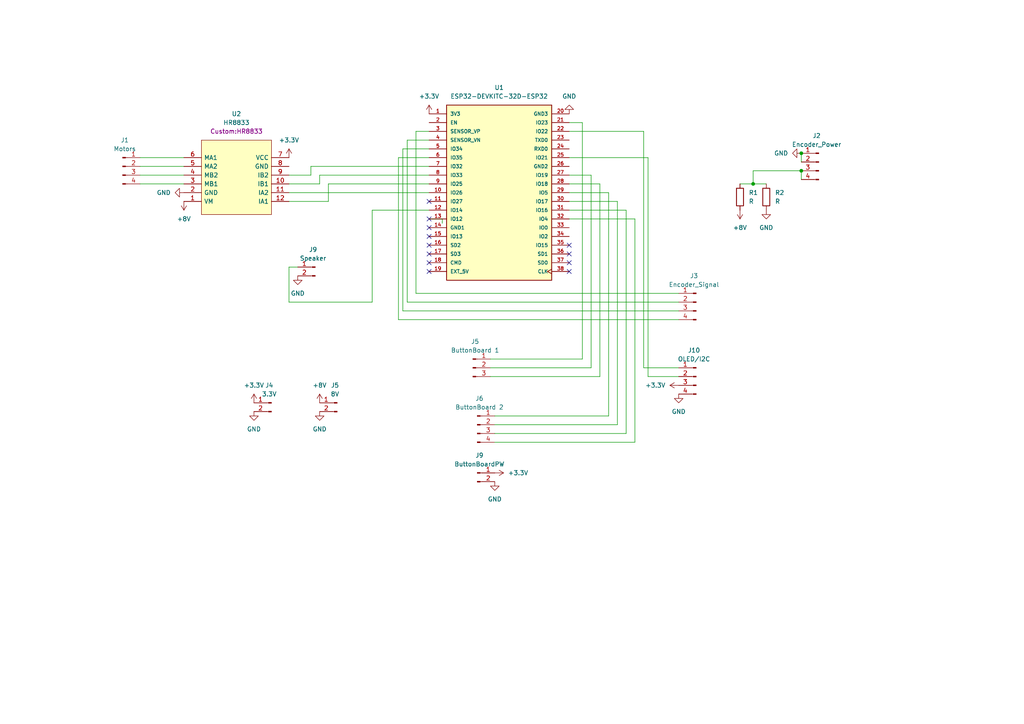
<source format=kicad_sch>
(kicad_sch (version 20230121) (generator eeschema)
  (paper "A4")
  (title_block (date "2023-11-02") (rev "V1.0") (company "EBIRP"))
  (lib_symbols
    (symbol "8833:8833_1" (pin_names (offset 0.762))
      (property "Reference" "U" (at 26.67 7.62 0))
      (property "Value" "HR8833" (at 26.67 5.08 0))
      (property "Footprint" "Custom:HR8833" (at 26.67 2.54 0))
      (symbol "8833_1_0_1"
        (polyline (pts (xy 5.08 0) (xy 25.4 0) (xy 25.4 -21.59) (xy 5.08 -21.59) (xy 5.08 0)) (stroke (width 0.1524)) (fill (type background)))
      )
      (symbol "8833_1_1_0"
        (pin input line (at 30.48 -17.78 180) (length 5.08) (name "VM") (number "1"))
        (pin input line (at 0 -12.7 0) (length 5.08) (name "IB1") (number "10"))
        (pin input line (at 0 -15.24 0) (length 5.08) (name "IA2") (number "11"))
        (pin input line (at 0 -17.78 0) (length 5.08) (name "IA1") (number "12"))
        (pin power_in line (at 30.48 -15.24 180) (length 5.08) (name "GND") (number "2"))
        (pin output line (at 30.48 -12.7 180) (length 5.08) (name "MB1") (number "3"))
        (pin output line (at 30.48 -10.16 180) (length 5.08) (name "MB2") (number "4"))
        (pin output line (at 30.48 -7.62 180) (length 5.08) (name "MA2") (number "5"))
        (pin output line (at 30.48 -5.08 180) (length 5.08) (name "MA1") (number "6"))
        (pin power_in line (at 0 -5.08 0) (length 5.08) (name "VCC") (number "7"))
        (pin power_in line (at 0 -7.62 0) (length 5.08) (name "GND") (number "8"))
        (pin input line (at 0 -10.16 0) (length 5.08) (name "IB2") (number "9"))
      )
    )
    (symbol "Connector:Conn_01x02_Pin" (pin_names (offset 1.016) hide)
      (property "Reference" "J" (at 0 2.54 0))
      (property "Value" "Conn_01x02_Pin" (at 0 -5.08 0))
      (symbol "Conn_01x02_Pin_1_1"
        (polyline (pts (xy 1.27 -2.54) (xy 0.8636 -2.54)) (stroke (width 0.1524)))
        (polyline (pts (xy 1.27 0) (xy 0.8636 0)) (stroke (width 0.1524)))
        (rectangle (start 0.8636 -2.413) (end 0 -2.667) (stroke (width 0.1524)) (fill (type outline)))
        (rectangle (start 0.8636 0.127) (end 0 -0.127) (stroke (width 0.1524)) (fill (type outline)))
        (pin passive line (at 5.08 0 180) (length 3.81) (name "Pin_1") (number "1"))
        (pin passive line (at 5.08 -2.54 180) (length 3.81) (name "Pin_2") (number "2"))
      )
    )
    (symbol "Connector:Conn_01x03_Pin" (pin_names (offset 1.016) hide)
      (property "Reference" "J" (at 0 5.08 0))
      (property "Value" "Conn_01x03_Pin" (at 0 -5.08 0))
      (symbol "Conn_01x03_Pin_1_1"
        (polyline (pts (xy 1.27 -2.54) (xy 0.8636 -2.54)) (stroke (width 0.1524)))
        (polyline (pts (xy 1.27 0) (xy 0.8636 0)) (stroke (width 0.1524)))
        (polyline (pts (xy 1.27 2.54) (xy 0.8636 2.54)) (stroke (width 0.1524)))
        (rectangle (start 0.8636 -2.413) (end 0 -2.667) (stroke (width 0.1524)) (fill (type outline)))
        (rectangle (start 0.8636 0.127) (end 0 -0.127) (stroke (width 0.1524)) (fill (type outline)))
        (rectangle (start 0.8636 2.667) (end 0 2.413) (stroke (width 0.1524)) (fill (type outline)))
        (pin passive line (at 5.08 2.54 180) (length 3.81) (name "Pin_1") (number "1"))
        (pin passive line (at 5.08 0 180) (length 3.81) (name "Pin_2") (number "2"))
        (pin passive line (at 5.08 -2.54 180) (length 3.81) (name "Pin_3") (number "3"))
      )
    )
    (symbol "Connector:Conn_01x04_Pin" (pin_names (offset 1.016) hide)
      (property "Reference" "J" (at 0 5.08 0))
      (property "Value" "Conn_01x04_Pin" (at 0 -7.62 0))
      (symbol "Conn_01x04_Pin_1_1"
        (polyline (pts (xy 1.27 -5.08) (xy 0.8636 -5.08)) (stroke (width 0.1524)))
        (polyline (pts (xy 1.27 -2.54) (xy 0.8636 -2.54)) (stroke (width 0.1524)))
        (polyline (pts (xy 1.27 0) (xy 0.8636 0)) (stroke (width 0.1524)))
        (polyline (pts (xy 1.27 2.54) (xy 0.8636 2.54)) (stroke (width 0.1524)))
        (rectangle (start 0.8636 -4.953) (end 0 -5.207) (stroke (width 0.1524)) (fill (type outline)))
        (rectangle (start 0.8636 -2.413) (end 0 -2.667) (stroke (width 0.1524)) (fill (type outline)))
        (rectangle (start 0.8636 0.127) (end 0 -0.127) (stroke (width 0.1524)) (fill (type outline)))
        (rectangle (start 0.8636 2.667) (end 0 2.413) (stroke (width 0.1524)) (fill (type outline)))
        (pin passive line (at 5.08 2.54 180) (length 3.81) (name "Pin_1") (number "1"))
        (pin passive line (at 5.08 0 180) (length 3.81) (name "Pin_2") (number "2"))
        (pin passive line (at 5.08 -2.54 180) (length 3.81) (name "Pin_3") (number "3"))
        (pin passive line (at 5.08 -5.08 180) (length 3.81) (name "Pin_4") (number "4"))
      )
    )
    (symbol "Device:R" (pin_numbers hide) (pin_names (offset 0))
      (property "Reference" "R" (at 2.032 0 90))
      (property "Value" "R" (at 0 0 90))
      (symbol "R_0_1"
        (rectangle (start -1.016 -2.54) (end 1.016 2.54) (stroke (width 0.254)))
      )
      (symbol "R_1_1"
        (pin passive line (at 0 3.81 270) (length 1.27) (name "~") (number "1"))
        (pin passive line (at 0 -3.81 90) (length 1.27) (name "~") (number "2"))
      )
    )
    (symbol "ESP32:ESP32-DEVKITC-32D-ESP32" (pin_names (offset 1.016))
      (property "Reference" "U" (at -15.2654 26.0604 0))
      (property "Value" "ESP32-DEVKITC-32D-ESP32" (at -15.2654 -27.9654 0))
      (symbol "ESP32-DEVKITC-32D-ESP32_0_0"
        (rectangle (start -15.24 -25.4) (end 15.24 25.4) (stroke (width 0.254)) (fill (type background)))
        (pin power_in line (at -20.32 22.86 0) (length 5.08) (name "3V3") (number "1"))
        (pin bidirectional line (at -20.32 0 0) (length 5.08) (name "IO26") (number "10"))
        (pin bidirectional line (at -20.32 -2.54 0) (length 5.08) (name "IO27") (number "11"))
        (pin bidirectional line (at -20.32 -5.08 0) (length 5.08) (name "IO14") (number "12"))
        (pin bidirectional line (at -20.32 -7.62 0) (length 5.08) (name "IO12") (number "13"))
        (pin power_in line (at -20.32 -10.16 0) (length 5.08) (name "GND1") (number "14"))
        (pin bidirectional line (at -20.32 -12.7 0) (length 5.08) (name "IO13") (number "15"))
        (pin bidirectional line (at -20.32 -15.24 0) (length 5.08) (name "SD2") (number "16"))
        (pin bidirectional line (at -20.32 -17.78 0) (length 5.08) (name "SD3") (number "17"))
        (pin bidirectional line (at -20.32 -20.32 0) (length 5.08) (name "CMD") (number "18"))
        (pin power_in line (at -20.32 -22.86 0) (length 5.08) (name "EXT_5V") (number "19"))
        (pin input line (at -20.32 20.32 0) (length 5.08) (name "EN") (number "2"))
        (pin power_in line (at 20.32 22.86 180) (length 5.08) (name "GND3") (number "20"))
        (pin bidirectional line (at 20.32 20.32 180) (length 5.08) (name "IO23") (number "21"))
        (pin bidirectional line (at 20.32 17.78 180) (length 5.08) (name "IO22") (number "22"))
        (pin output line (at 20.32 15.24 180) (length 5.08) (name "TXD0") (number "23"))
        (pin input line (at 20.32 12.7 180) (length 5.08) (name "RXD0") (number "24"))
        (pin bidirectional line (at 20.32 10.16 180) (length 5.08) (name "IO21") (number "25"))
        (pin power_in line (at 20.32 7.62 180) (length 5.08) (name "GND2") (number "26"))
        (pin bidirectional line (at 20.32 5.08 180) (length 5.08) (name "IO19") (number "27"))
        (pin bidirectional line (at 20.32 2.54 180) (length 5.08) (name "IO18") (number "28"))
        (pin bidirectional line (at 20.32 0 180) (length 5.08) (name "IO5") (number "29"))
        (pin input line (at -20.32 17.78 0) (length 5.08) (name "SENSOR_VP") (number "3"))
        (pin bidirectional line (at 20.32 -2.54 180) (length 5.08) (name "IO17") (number "30"))
        (pin bidirectional line (at 20.32 -5.08 180) (length 5.08) (name "IO16") (number "31"))
        (pin bidirectional line (at 20.32 -7.62 180) (length 5.08) (name "IO4") (number "32"))
        (pin bidirectional line (at 20.32 -10.16 180) (length 5.08) (name "IO0") (number "33"))
        (pin bidirectional line (at 20.32 -12.7 180) (length 5.08) (name "IO2") (number "34"))
        (pin bidirectional line (at 20.32 -15.24 180) (length 5.08) (name "IO15") (number "35"))
        (pin bidirectional line (at 20.32 -17.78 180) (length 5.08) (name "SD1") (number "36"))
        (pin bidirectional line (at 20.32 -20.32 180) (length 5.08) (name "SD0") (number "37"))
        (pin input clock (at 20.32 -22.86 180) (length 5.08) (name "CLK") (number "38"))
        (pin input line (at -20.32 15.24 0) (length 5.08) (name "SENSOR_VN") (number "4"))
        (pin bidirectional line (at -20.32 12.7 0) (length 5.08) (name "IO34") (number "5"))
        (pin bidirectional line (at -20.32 10.16 0) (length 5.08) (name "IO35") (number "6"))
        (pin bidirectional line (at -20.32 7.62 0) (length 5.08) (name "IO32") (number "7"))
        (pin bidirectional line (at -20.32 5.08 0) (length 5.08) (name "IO33") (number "8"))
        (pin bidirectional line (at -20.32 2.54 0) (length 5.08) (name "IO25") (number "9"))
      )
    )
    (symbol "power:+3.3V" (power) (pin_names (offset 0))
      (property "Value" "+3.3V" (at 0 3.556 0))
      (symbol "+3.3V_0_1"
        (polyline (pts (xy -0.762 1.27) (xy 0 2.54)))
        (polyline (pts (xy 0 0) (xy 0 2.54)))
        (polyline (pts (xy 0 2.54) (xy 0.762 1.27)))
      )
      (symbol "+3.3V_1_1"
        (pin power_in line (at 0 0 90) (length 0) hide (name "+3.3V") (number "1"))
      )
    )
    (symbol "power:+8V" (power) (pin_names (offset 0))
      (property "Value" "+8V" (at 0 3.556 0))
      (symbol "+8V_0_1"
        (polyline (pts (xy -0.762 1.27) (xy 0 2.54)))
        (polyline (pts (xy 0 0) (xy 0 2.54)))
        (polyline (pts (xy 0 2.54) (xy 0.762 1.27)))
      )
      (symbol "+8V_1_1"
        (pin power_in line (at 0 0 90) (length 0) hide (name "+8V") (number "1"))
      )
    )
    (symbol "power:GND" (power) (pin_names (offset 0))
      (property "Value" "GND" (at 0 -3.81 0))
      (symbol "GND_0_1"
        (polyline (pts (xy 0 0) (xy 0 -1.27) (xy 1.27 -1.27) (xy 0 -2.54) (xy -1.27 -1.27) (xy 0 -1.27)))
      )
      (symbol "GND_1_1"
        (pin power_in line (at 0 0 270) (length 0) hide (name "GND") (number "1"))
      )
    )
  )
  (junction (at 232.41 49.53))
  (junction (at 218.44 53.34))
  (junction (at 232.41 44.45))
  (no_connect (at 165.1 71.12))
  (no_connect (at 124.46 78.74))
  (no_connect (at 165.1 76.2))
  (no_connect (at 124.46 66.04))
  (no_connect (at 124.46 76.2))
  (no_connect (at 124.46 73.66))
  (no_connect (at 165.1 73.66))
  (no_connect (at 124.46 71.12))
  (no_connect (at 124.46 63.5))
  (no_connect (at 124.46 58.42))
  (no_connect (at 124.46 68.58))
  (no_connect (at 165.1 78.74))
  (wire (pts (xy 186.69 106.68) (xy 196.85 106.68)))
  (wire (pts (xy 92.71 50.8) (xy 124.46 50.8)))
  (wire (pts (xy 142.24 104.14) (xy 168.91 104.14)))
  (wire (pts (xy 120.65 38.1) (xy 120.65 85.09)))
  (wire (pts (xy 92.71 53.34) (xy 83.82 53.34)))
  (wire (pts (xy 92.71 50.8) (xy 92.71 53.34)))
  (wire (pts (xy 90.17 48.26) (xy 124.46 48.26)))
  (wire (pts (xy 165.1 50.8) (xy 171.45 50.8)))
  (wire (pts (xy 90.17 48.26) (xy 90.17 50.8)))
  (wire (pts (xy 165.1 58.42) (xy 179.07 58.42)))
  (wire (pts (xy 116.84 43.18) (xy 116.84 90.17)))
  (wire (pts (xy 90.17 50.8) (xy 83.82 50.8)))
  (wire (pts (xy 165.1 45.72) (xy 187.96 45.72)))
  (wire (pts (xy 118.11 40.64) (xy 118.11 87.63)))
  (wire (pts (xy 40.64 53.34) (xy 53.34 53.34)))
  (wire (pts (xy 128.27 63.5) (xy 124.46 63.5)))
  (wire (pts (xy 171.45 50.8) (xy 171.45 106.68)))
  (wire (pts (xy 107.95 60.96) (xy 107.95 87.63)))
  (wire (pts (xy 168.91 35.56) (xy 168.91 104.14)))
  (wire (pts (xy 179.07 58.42) (xy 179.07 123.19)))
  (wire (pts (xy 95.25 53.34) (xy 124.46 53.34)))
  (wire (pts (xy 115.57 92.71) (xy 196.85 92.71)))
  (wire (pts (xy 165.1 60.96) (xy 181.61 60.96)))
  (wire (pts (xy 83.82 77.47) (xy 83.82 87.63)))
  (wire (pts (xy 218.44 53.34) (xy 222.25 53.34)))
  (wire (pts (xy 165.1 35.56) (xy 168.91 35.56)))
  (wire (pts (xy 179.07 123.19) (xy 143.51 123.19)))
  (wire (pts (xy 184.15 63.5) (xy 184.15 128.27)))
  (wire (pts (xy 218.44 53.34) (xy 218.44 49.53)))
  (wire (pts (xy 187.96 45.72) (xy 187.96 109.22)))
  (wire (pts (xy 165.1 55.88) (xy 176.53 55.88)))
  (wire (pts (xy 232.41 44.45) (xy 232.41 46.99)))
  (wire (pts (xy 40.64 45.72) (xy 53.34 45.72)))
  (wire (pts (xy 83.82 87.63) (xy 107.95 87.63)))
  (wire (pts (xy 173.99 53.34) (xy 173.99 109.22)))
  (wire (pts (xy 120.65 85.09) (xy 196.85 85.09)))
  (wire (pts (xy 232.41 49.53) (xy 232.41 52.07)))
  (wire (pts (xy 184.15 128.27) (xy 143.51 128.27)))
  (wire (pts (xy 214.63 53.34) (xy 218.44 53.34)))
  (wire (pts (xy 186.69 38.1) (xy 186.69 106.68)))
  (wire (pts (xy 173.99 109.22) (xy 142.24 109.22)))
  (wire (pts (xy 165.1 38.1) (xy 186.69 38.1)))
  (wire (pts (xy 95.25 53.34) (xy 95.25 58.42)))
  (wire (pts (xy 115.57 45.72) (xy 115.57 92.71)))
  (wire (pts (xy 218.44 49.53) (xy 232.41 49.53)))
  (wire (pts (xy 95.25 58.42) (xy 83.82 58.42)))
  (wire (pts (xy 142.24 106.68) (xy 171.45 106.68)))
  (wire (pts (xy 187.96 109.22) (xy 196.85 109.22)))
  (wire (pts (xy 143.51 125.73) (xy 181.61 125.73)))
  (wire (pts (xy 116.84 90.17) (xy 196.85 90.17)))
  (wire (pts (xy 124.46 38.1) (xy 120.65 38.1)))
  (wire (pts (xy 83.82 55.88) (xy 124.46 55.88)))
  (wire (pts (xy 40.64 48.26) (xy 53.34 48.26)))
  (wire (pts (xy 181.61 60.96) (xy 181.61 125.73)))
  (wire (pts (xy 118.11 87.63) (xy 196.85 87.63)))
  (wire (pts (xy 124.46 43.18) (xy 116.84 43.18)))
  (wire (pts (xy 176.53 55.88) (xy 176.53 120.65)))
  (wire (pts (xy 83.82 77.47) (xy 86.36 77.47)))
  (wire (pts (xy 128.27 64.77) (xy 128.27 63.5)))
  (wire (pts (xy 165.1 53.34) (xy 173.99 53.34)))
  (wire (pts (xy 124.46 60.96) (xy 107.95 60.96)))
  (wire (pts (xy 124.46 40.64) (xy 118.11 40.64)))
  (wire (pts (xy 124.46 45.72) (xy 115.57 45.72)))
  (wire (pts (xy 40.64 50.8) (xy 53.34 50.8)))
  (wire (pts (xy 143.51 120.65) (xy 176.53 120.65)))
  (wire (pts (xy 165.1 63.5) (xy 184.15 63.5)))
  (symbol (lib_id "power:GND") (at 143.51 139.7 0) (unit 1)
    (property "Reference" "#PWR016" (effects hide))
    (property "Value" "GND" (at 143.51 144.78 0))
  )
  (symbol (lib_id "Connector:Conn_01x02_Pin") (at 138.43 137.16 0) (unit 1)
    (property "Reference" "J9" (at 139.065 132.08 0))
    (property "Value" "ButtonBoardPW" (at 139.065 134.62 0))
  )
  (symbol (lib_id "Device:R") (at 222.25 57.15 0) (unit 1)
    (property "Reference" "R2" (at 224.79 55.88 0) (effects (justify left)))
    (property "Value" "R" (at 224.79 58.42 0) (effects (justify left)))
  )
  (symbol (lib_id "power:+3.3V") (at 196.85 111.76 90) (unit 1)
    (property "Reference" "#PWR012" (effects hide))
    (property "Value" "+3.3V" (at 193.04 111.76 90) (effects (justify left)))
  )
  (symbol (lib_id "Connector:Conn_01x03_Pin") (at 137.16 106.68 0) (unit 1)
    (property "Reference" "J5" (at 137.795 99.06 0))
    (property "Value" "ButtonBoard 1" (at 137.795 101.6 0))
  )
  (symbol (lib_id "power:GND") (at 73.66 119.38 0) (unit 1)
    (property "Reference" "#PWR01" (effects hide))
    (property "Value" "GND" (at 73.66 124.46 0))
    (instances (project "Azobopi_v1" (path "" (reference "#PWR01") (unit 1)) (path "" (reference "#PWR04") (unit 1))))
  )
  (symbol (lib_id "power:+3.3V") (at 83.82 45.72 0) (unit 1)
    (property "Reference" "#PWR03" (effects hide))
    (property "Value" "+3.3V" (at 83.82 40.64 0))
    (instances (project "Azobopi_v1" (path "" (reference "#PWR03") (unit 1)) (path "" (reference "#PWR05") (unit 1))))
  )
  (symbol (lib_id "ESP32:ESP32-DEVKITC-32D-ESP32") (at 144.78 55.88 0) (unit 1)
    (property "Reference" "U1" (at 144.78 25.4 0))
    (property "Value" "ESP32-DEVKITC-32D-ESP32" (at 144.78 27.94 0))
    (property "Footprint" "MODULE_ESP32-DEVKITC-32D" (effects hide))
    (property "MANUFACTURER" "Espressif Systems" (effects hide))
    (property "PARTREV" "4" (effects hide))
    (instances (project "Azobopi_v1" (path "" (reference "U1") (unit 1)) (path "" (reference "U2") (unit 1))))
  )
  (symbol (lib_id "Connector:Conn_01x04_Pin") (at 201.93 109.22 0) (mirror y) (unit 1)
    (property "Reference" "J10" (at 201.295 101.6 0))
    (property "Value" "OLED/I2C" (at 201.295 104.14 0))
    (property "Footprint" "Custom:jst-xh4x_2.54" (effects hide))
    (instances (project "Azobopi_v1" (path "" (reference "J10") (unit 1)) (path "" (reference "J8") (unit 1))))
  )
  (symbol (lib_id "power:GND") (at 222.25 60.96 0) (unit 1)
    (property "Reference" "#PWR013" (effects hide))
    (property "Value" "GND" (at 222.25 66.04 0))
    (instances (project "Azobopi_v1" (path "" (reference "#PWR013") (unit 1)) (path "" (reference "#PWR014") (unit 1))))
  )
  (symbol (lib_id "power:+8V") (at 92.71 116.84 0) (unit 1)
    (property "Reference" "#PWR06" (effects hide))
    (property "Value" "+8V" (at 92.71 111.76 0))
    (instances (project "Azobopi_v1" (path "" (reference "#PWR06") (unit 1)) (path "" (reference "#PWR07") (unit 1))))
  )
  (symbol (lib_id "power:+3.3V") (at 124.46 33.02 0) (unit 1)
    (property "Reference" "#PWR08" (effects hide))
    (property "Value" "+3.3V" (at 124.46 27.94 0))
    (instances (project "Azobopi_v1" (path "" (reference "#PWR08") (unit 1)) (path "" (reference "#PWR09") (unit 1))))
  )
  (symbol (lib_id "Device:R") (at 214.63 57.15 0) (unit 1)
    (property "Reference" "R1" (at 217.17 55.88 0) (effects (justify left)))
    (property "Value" "R" (at 217.17 58.42 0) (effects (justify left)))
  )
  (symbol (lib_id "Connector:Conn_01x04_Pin") (at 138.43 123.19 0) (unit 1)
    (property "Reference" "J6" (at 139.065 115.57 0))
    (property "Value" "ButtonBoard 2" (at 139.065 118.11 0))
  )
  (symbol (lib_id "8833:8833_1") (at 83.82 40.64 0) (mirror y) (unit 1)
    (property "Reference" "U2" (at 68.58 33.02 0))
    (property "Value" "HR8833" (at 68.58 35.56 0))
    (property "Footprint" "Custom:HR8833" (at 68.58 38.1 0))
    (instances (project "Azobopi_v1" (path "" (reference "U2") (unit 1)) (path "" (reference "U1") (unit 1))))
  )
  (symbol (lib_id "power:GND") (at 86.36 80.01 0) (unit 1)
    (property "Reference" "#PWR016" (effects hide))
    (property "Value" "GND" (at 86.36 85.09 0))
    (instances (project "Azobopi_v1" (path "" (reference "#PWR016") (unit 1)) (path "" (reference "#PWR06") (unit 1))))
  )
  (symbol (lib_id "power:+8V") (at 53.34 58.42 0) (mirror x) (unit 1)
    (property "Reference" "#PWR07" (effects hide))
    (property "Value" "+8V" (at 53.34 63.5 0))
    (instances (project "Azobopi_v1" (path "" (reference "#PWR07") (unit 1)) (path "" (reference "#PWR02") (unit 1))))
  )
  (symbol (lib_id "power:GND") (at 232.41 44.45 270) (unit 1)
    (property "Reference" "#PWR010" (effects hide))
    (property "Value" "GND" (at 228.6 44.45 90) (effects (justify right)))
    (instances (project "Azobopi_v1" (path "" (reference "#PWR010") (unit 1)) (path "" (reference "#PWR017") (unit 1))))
  )
  (symbol (lib_id "power:+3.3V") (at 73.66 116.84 0) (unit 1)
    (property "Reference" "#PWR04" (effects hide))
    (property "Value" "+3.3V" (at 73.66 111.76 0))
    (instances (project "Azobopi_v1" (path "" (reference "#PWR04") (unit 1)) (path "" (reference "#PWR03") (unit 1))))
  )
  (symbol (lib_id "Connector:Conn_01x02_Pin") (at 97.79 116.84 0) (mirror y) (unit 1)
    (property "Reference" "J5" (at 97.155 111.76 0))
    (property "Value" "8V" (at 97.155 114.3 0))
    (property "Footprint" "Custom:jst-xh2x_2.54" (effects hide))
    (instances (project "Azobopi_v1" (path "" (reference "J5") (unit 1)) (path "" (reference "J4") (unit 1))))
  )
  (symbol (lib_id "Connector:Conn_01x04_Pin") (at 237.49 46.99 0) (mirror y) (unit 1)
    (property "Reference" "J2" (at 236.855 39.37 0))
    (property "Value" "Encoder_Power" (at 236.855 41.91 0))
    (property "Footprint" "Custom:jst-xh4x_2.54" (effects hide))
    (instances (project "Azobopi_v1" (path "" (reference "J2") (unit 1)) (path "" (reference "J10") (unit 1))))
  )
  (symbol (lib_id "power:+8V") (at 214.63 60.96 0) (mirror x) (unit 1)
    (property "Reference" "#PWR012" (effects hide))
    (property "Value" "+8V" (at 214.63 66.04 0))
    (instances (project "Azobopi_v1" (path "" (reference "#PWR012") (unit 1)) (path "" (reference "#PWR013") (unit 1))))
  )
  (symbol (lib_id "power:GND") (at 165.1 33.02 0) (mirror x) (unit 1)
    (property "Reference" "#PWR09" (effects hide))
    (property "Value" "GND" (at 165.1 27.94 0))
    (instances (project "Azobopi_v1" (path "" (reference "#PWR09") (unit 1)) (path "" (reference "#PWR010") (unit 1))))
  )
  (symbol (lib_id "Connector:Conn_01x04_Pin") (at 35.56 48.26 0) (unit 1)
    (property "Reference" "J1" (at 36.195 40.64 0))
    (property "Value" "Motors" (at 36.195 43.18 0))
    (property "Footprint" "Custom:jst-xh4x_2.54" (effects hide))
  )
  (symbol (lib_id "Connector:Conn_01x02_Pin") (at 78.74 116.84 0) (mirror y) (unit 1)
    (property "Reference" "J4" (at 78.105 111.76 0))
    (property "Value" "3.3V" (at 78.105 114.3 0))
    (property "Footprint" "Custom:jst-xh2x_2.54" (effects hide))
    (instances (project "Azobopi_v1" (path "" (reference "J4") (unit 1)) (path "" (reference "J2") (unit 1))))
  )
  (symbol (lib_id "power:+3.3V") (at 143.51 137.16 270) (unit 1)
    (property "Reference" "#PWR015" (effects hide))
    (property "Value" "+3.3V" (at 147.32 137.16 90) (effects (justify left)))
  )
  (symbol (lib_id "power:GND") (at 53.34 55.88 270) (unit 1)
    (property "Reference" "#PWR05" (effects hide))
    (property "Value" "GND" (at 49.53 55.88 90) (effects (justify right)))
    (instances (project "Azobopi_v1" (path "" (reference "#PWR05") (unit 1)) (path "" (reference "#PWR01") (unit 1))))
  )
  (symbol (lib_id "power:GND") (at 196.85 114.3 0) (unit 1)
    (property "Reference" "#PWR011" (effects hide))
    (property "Value" "GND" (at 196.85 119.38 0))
  )
  (symbol (lib_id "Connector:Conn_01x02_Pin") (at 91.44 77.47 0) (mirror y) (unit 1)
    (property "Reference" "J9" (at 90.805 72.39 0))
    (property "Value" "Speaker" (at 90.805 74.93 0))
    (instances (project "Azobopi_v1" (path "" (reference "J9") (unit 1)) (path "" (reference "J3") (unit 1))))
  )
  (symbol (lib_id "Connector:Conn_01x04_Pin") (at 201.93 87.63 0) (mirror y) (unit 1)
    (property "Reference" "J3" (at 201.295 80.01 0))
    (property "Value" "Encoder_Signal" (at 201.295 82.55 0))
    (property "Footprint" "Custom:jst-xh4x_2.54" (effects hide))
    (instances (project "Azobopi_v1" (path "" (reference "J3") (unit 1)) (path "" (reference "J7") (unit 1))))
  )
  (symbol (lib_id "power:GND") (at 92.71 119.38 0) (unit 1)
    (property "Reference" "#PWR02" (effects hide))
    (property "Value" "GND" (at 92.71 124.46 0))
    (instances (project "Azobopi_v1" (path "" (reference "#PWR02") (unit 1)) (path "" (reference "#PWR08") (unit 1))))
  )
)
</source>
